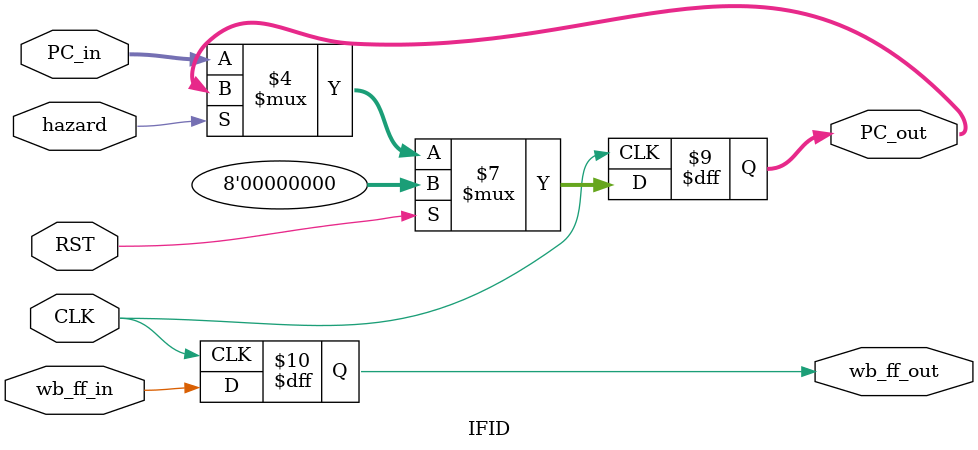
<source format=v>
module IFID ( 
    input [7:0]           PC_in, 
    input                 CLK, 
    input                 RST,
    input                 wb_ff_in,
    input                 hazard,

    
    output reg  [7:0]     PC_out,
    output reg            wb_ff_out
);
  
always @(posedge CLK ) begin
    if(RST==1'b1)
    begin
        PC_out          <= 8'b00000000;
        wb_ff_out       <= 1'b0;  
    end
    else if (hazard) begin
        PC_out          <= PC_out;
        wb_ff_out       <= wb_ff_out;
    end
    else
        PC_out          <= PC_in;
        wb_ff_out       <= wb_ff_in;
end

endmodule

</source>
